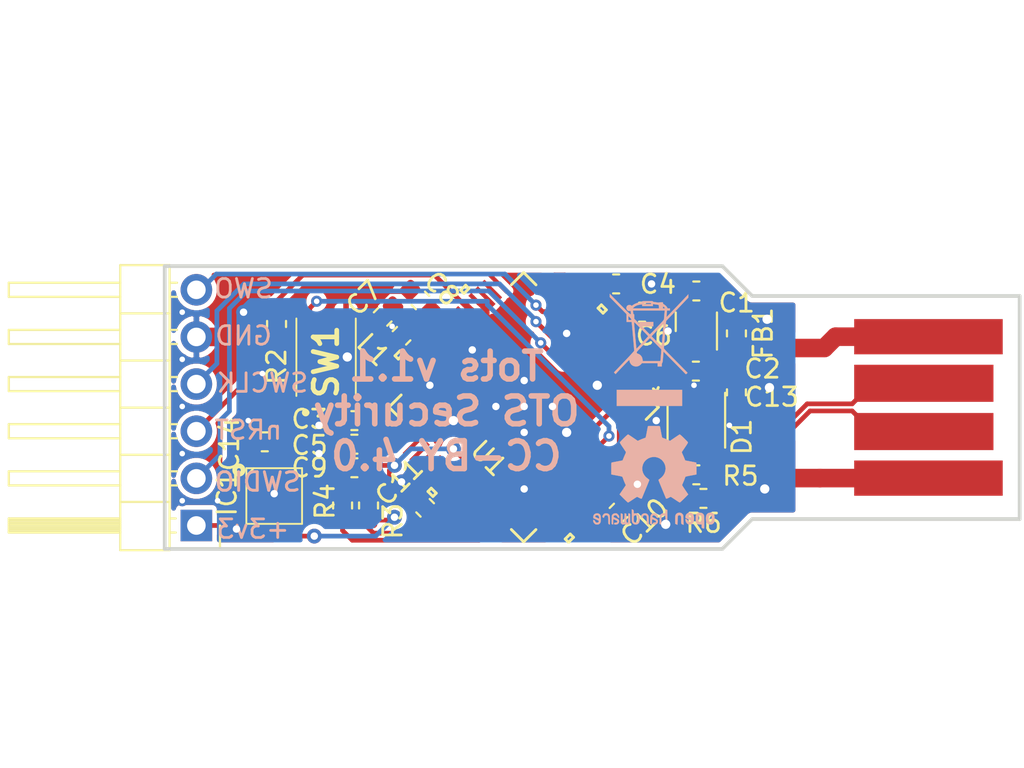
<source format=kicad_pcb>
(kicad_pcb (version 20171130) (host pcbnew "(5.1.5)-3")
  (title_block (title "Yet Another Security Token") (date 2021-02-16) (rev 1.0) (company "OTS Security") (comment 1 "CC-BY-SA v4.0"))
  (layers (0 F.Cu signal) (31 B.Cu signal) (34 B.Paste user hide) (35 F.Paste user hide) (36 B.SilkS user) (37 F.SilkS user) (38 B.Mask user hide) (39 F.Mask user hide) (44 Edge.Cuts user))
  (net 0 "")
  (net 1 GND)
  (net 2 +5V)
  (net 3 +3V3)
  (net 4 "Net-(C7-Pad2)")
  (net 5 /VCC_USB)
  (net 6 USB_P)
  (net 7 USB_N)
  (net 8 "Net-(IC1-Pad2)")
  (net 9 "Net-(IC1-Pad3)")
  (net 10 "Net-(IC1-Pad4)")
  (net 11 "Net-(IC1-Pad5)")
  (net 12 "Net-(IC1-Pad6)")
  (net 13 "Net-(IC1-Pad7)")
  (net 14 "Net-(IC1-Pad8)")
  (net 15 SE050_SDA)
  (net 16 SE050_SCL)
  (net 17 "Net-(IC1-Pad13)")
  (net 18 "Net-(IC1-Pad15)")
  (net 19 "Net-(IC1-Pad16)")
  (net 20 "Net-(IC1-Pad20)")
  (net 21 /RESET_N)
  (net 22 /FC6_SCK)
  (net 23 /FC6_TXD)
  (net 24 /FC6_RXD)
  (net 25 "Net-(L1-Pad1)")
  (net 26 /ISP)
  (net 27 "Net-(U1-Pad60)")
  (net 28 "Net-(U1-Pad59)")
  (net 29 "Net-(U1-Pad58)")
  (net 30 "Net-(U1-Pad57)")
  (net 31 "Net-(U1-Pad55)")
  (net 32 "Net-(U1-Pad53)")
  (net 33 "Net-(U1-Pad52)")
  (net 34 "Net-(U1-Pad51)")
  (net 35 "Net-(U1-Pad49)")
  (net 36 "Net-(U1-Pad48)")
  (net 37 "Net-(U1-Pad45)")
  (net 38 "Net-(U1-Pad44)")
  (net 39 "Net-(U1-Pad42)")
  (net 40 "Net-(U1-Pad41)")
  (net 41 "Net-(U1-Pad40)")
  (net 42 "Net-(U1-Pad39)")
  (net 43 "Net-(U1-Pad38)")
  (net 44 "Net-(U1-Pad37)")
  (net 45 "Net-(U1-Pad36)")
  (net 46 "Net-(U1-Pad35)")
  (net 47 "Net-(U1-Pad25)")
  (net 48 "Net-(U1-Pad24)")
  (net 49 "Net-(U1-Pad23)")
  (net 50 "Net-(U1-Pad19)")
  (net 51 "Net-(U1-Pad18)")
  (net 52 "Net-(U1-Pad17)")
  (net 53 "Net-(U1-Pad15)")
  (net 54 "Net-(U1-Pad14)")
  (net 55 "Net-(U1-Pad12)")
  (net 56 "Net-(U1-Pad7)")
  (net 57 "Net-(U1-Pad4)")
  (net 58 "Net-(U1-Pad3)")
  (net 59 "Net-(U1-Pad2)")
  (net 60 "Net-(U1-Pad1)")
  (net 61 "Net-(U2-Pad5)")
  (net 62 "Net-(U2-Pad2)")
  (net 63 /D+)
  (net 64 /D-)
  (module Connector_PinHeader_2.54mm:PinHeader_1x06_P2.54mm_Horizontal (layer F.Cu) (at 114.554 50.3555 180)
    (fp_text reference J2 hide)
    (fp_text value Conn_01x06)
    (pad 6 thru_hole oval (at 0 12.7 180) (size 1.7 1.7) (drill 1) (layers *.Cu *.Mask) (net 22 /FC6_SCK))
    (pad 5 thru_hole oval (at 0 10.16 180) (size 1.7 1.7) (drill 1) (layers *.Cu *.Mask) (net 1 GND))
    (pad 4 thru_hole oval (at 0 7.62 180) (size 1.7 1.7) (drill 1) (layers *.Cu *.Mask) (net 24 /FC6_RXD))
    (pad 3 thru_hole oval (at 0 5.08 180) (size 1.7 1.7) (drill 1) (layers *.Cu *.Mask) (net 21 /RESET_N))
    (pad 2 thru_hole oval (at 0 2.54 180) (size 1.7 1.7) (drill 1) (layers *.Cu *.Mask) (net 23 /FC6_TXD))
    (pad 1 thru_hole rect (at 0 0 180) (size 1.7 1.7) (drill 1) (layers *.Cu *.Mask) (net 3 +3V3))
  )
  (module Symbol:WEEE-Logo_4.2x6mm_SilkScreen (layer B.Cu) (at 138.938 40.894 180)
    (fp_text reference REF** hide)
    (fp_text value WEEE-Logo_4.2x6mm_SilkScreen hide)
  )
  (module Symbol:OSHW-Logo2_7.3x6mm_SilkScreen (layer B.Cu) (at 139.192 47.752 180)
    (fp_text reference REF** hide)
    (fp_text value OSHW-Logo2_7.3x6mm_SilkScreen hide)
  )
  (module tots:QFN40P300X300X33-21N-D (layer F.Cu) (at 118.745 48.768)
    (fp_text reference IC1 (at -2.54 -0.127 270) (layer F.SilkS))
    (fp_text value SE050C1HQ1_Z01SCZ hide)
    (pad 1 smd rect (at -1.55 -0.8 90) (size 0.2 0.7) (layers F.Cu F.Paste F.Mask) (net 1 GND))
    (pad 2 smd rect (at -1.55 -0.4 90) (size 0.2 0.7) (layers F.Cu F.Paste F.Mask) (net 8 "Net-(IC1-Pad2)"))
    (pad 3 smd rect (at -1.55 0 90) (size 0.2 0.7) (layers F.Cu F.Paste F.Mask) (net 9 "Net-(IC1-Pad3)"))
    (pad 4 smd rect (at -1.55 0.4 90) (size 0.2 0.7) (layers F.Cu F.Paste F.Mask) (net 10 "Net-(IC1-Pad4)"))
    (pad 5 smd rect (at -1.55 0.8 90) (size 0.2 0.7) (layers F.Cu F.Paste F.Mask) (net 11 "Net-(IC1-Pad5)"))
    (pad 6 smd rect (at -0.8 1.55) (size 0.2 0.7) (layers F.Cu F.Paste F.Mask) (net 12 "Net-(IC1-Pad6)"))
    (pad 7 smd rect (at -0.4 1.55) (size 0.2 0.7) (layers F.Cu F.Paste F.Mask) (net 13 "Net-(IC1-Pad7)"))
    (pad 8 smd rect (at 0 1.55) (size 0.2 0.7) (layers F.Cu F.Paste F.Mask) (net 14 "Net-(IC1-Pad8)"))
    (pad 9 smd rect (at 0.4 1.55) (size 0.2 0.7) (layers F.Cu F.Paste F.Mask) (net 15 SE050_SDA))
    (pad 10 smd rect (at 0.8 1.55) (size 0.2 0.7) (layers F.Cu F.Paste F.Mask) (net 16 SE050_SCL))
    (pad 11 smd rect (at 1.55 0.8 90) (size 0.2 0.7) (layers F.Cu F.Paste F.Mask) (net 3 +3V3))
    (pad 12 smd rect (at 1.55 0.4 90) (size 0.2 0.7) (layers F.Cu F.Paste F.Mask) (net 3 +3V3))
    (pad 13 smd rect (at 1.55 0 90) (size 0.2 0.7) (layers F.Cu F.Paste F.Mask) (net 17 "Net-(IC1-Pad13)"))
    (pad 14 smd rect (at 1.55 -0.4 90) (size 0.2 0.7) (layers F.Cu F.Paste F.Mask) (net 3 +3V3))
    (pad 15 smd rect (at 1.55 -0.8 90) (size 0.2 0.7) (layers F.Cu F.Paste F.Mask) (net 18 "Net-(IC1-Pad15)"))
    (pad 16 smd rect (at 0.8 -1.55) (size 0.2 0.7) (layers F.Cu F.Paste F.Mask) (net 19 "Net-(IC1-Pad16)"))
    (pad 17 smd rect (at 0.4 -1.55) (size 0.2 0.7) (layers F.Cu F.Paste F.Mask) (net 1 GND))
    (pad 18 smd rect (at 0 -1.55) (size 0.2 0.7) (layers F.Cu F.Paste F.Mask) (net 3 +3V3))
    (pad 19 smd rect (at -0.4 -1.55) (size 0.2 0.7) (layers F.Cu F.Paste F.Mask) (net 1 GND))
    (pad 20 smd rect (at -0.8 -1.55) (size 0.2 0.7) (layers F.Cu F.Paste F.Mask) (net 20 "Net-(IC1-Pad20)"))
    (pad 21 smd rect (at 0 0) (size 1.95 1.95) (layers F.Cu F.Paste F.Mask) (net 1 GND))
  )
  (module Package_TO_SOT_SMD:SOT-143 (layer F.Cu) (at 141.478 44.958 270)
    (fp_text reference D1 (at 0.6223 -2.4511 90) (layer F.SilkS))
    (fp_text value PRTR5V0U2X)
    (pad 4 smd rect (at 1.1 -0.95 180) (size 1 1.4) (layers F.Cu F.Paste F.Mask) (net 5 /VCC_USB))
    (pad 3 smd rect (at 1.1 0.95 180) (size 1 1.4) (layers F.Cu F.Paste F.Mask) (net 63 /D+))
    (pad 2 smd rect (at -1.1 0.95 180) (size 1 1.4) (layers F.Cu F.Paste F.Mask) (net 64 /D-))
    (pad 1 smd rect (at -1.1 -0.77 180) (size 1.2 1.4) (layers F.Cu F.Paste F.Mask) (net 1 GND))
  )
  (module Resistor_SMD:R_0603_1608Metric (layer F.Cu) (at 118.872 39.497 90)
    (fp_text reference R2 (at -2.2987 0 90) (layer F.SilkS))
    (fp_text value 10k)
    (pad 2 smd roundrect (at 0.7875 0 90) (size 0.875 0.95) (layers F.Cu F.Paste F.Mask) (net 21 /RESET_N))
    (pad 1 smd roundrect (at -0.7875 0 90) (size 0.875 0.95) (layers F.Cu F.Paste F.Mask) (net 3 +3V3))
  )
  (module tots:PTS810SJG250SMTRLFS (layer F.Cu) (at 121.539 41.275 90)
    (fp_text reference SW1 (at -0.25 0 90) (layer F.SilkS) (effects (font (size 1.27 1.27) (thickness 0.254))))
    (fp_text value "PTS810 SJK 250 SMTR LFS" hide)
    (pad 4 smd rect (at 2.075 1.075 180) (size 0.65 1.05) (layers F.Cu F.Paste F.Mask) (net 1 GND))
    (pad 3 smd rect (at -2.075 1.075 180) (size 0.65 1.05) (layers F.Cu F.Paste F.Mask) (net 1 GND))
    (pad 2 smd rect (at 2.075 -1.075 180) (size 0.65 1.05) (layers F.Cu F.Paste F.Mask) (net 26 /ISP))
    (pad 1 smd rect (at -2.075 -1.075 180) (size 0.65 1.05) (layers F.Cu F.Paste F.Mask) (net 26 /ISP))
  )
  (module Resistor_SMD:R_0603_1608Metric (layer F.Cu) (at 141.859 48.895)
    (fp_text reference R6 (at 0.0127 1.3335 180) (layer F.SilkS))
    (fp_text value 33R)
    (pad 2 smd roundrect (at 0.7875 0) (size 0.875 0.95) (layers F.Cu F.Paste F.Mask) (net 63 /D+))
    (pad 1 smd roundrect (at -0.7875 0) (size 0.875 0.95) (layers F.Cu F.Paste F.Mask) (net 6 USB_P))
  )
  (module Resistor_SMD:R_0603_1608Metric (layer F.Cu) (at 141.478 47.625)
    (fp_text reference R5 (at 2.3749 0.0635) (layer F.SilkS))
    (fp_text value 33R)
    (pad 2 smd roundrect (at 0.7875 0) (size 0.875 0.95) (layers F.Cu F.Paste F.Mask) (net 64 /D-))
    (pad 1 smd roundrect (at -0.7875 0) (size 0.875 0.95) (layers F.Cu F.Paste F.Mask) (net 7 USB_N))
  )
  (module Inductor_SMD:L_0603_1608Metric (layer F.Cu) (at 125.603 40.132 45)
    (fp_text reference L1 (at -1.616446 -0.538815 135) (layer F.SilkS))
    (fp_text value 4.7uH)
    (pad 2 smd roundrect (at 0.7875 0 45) (size 0.875 0.95) (layers F.Cu F.Paste F.Mask) (net 4 "Net-(C7-Pad2)"))
    (pad 1 smd roundrect (at -0.7875 0 45) (size 0.875 0.95) (layers F.Cu F.Paste F.Mask) (net 25 "Net-(L1-Pad1)"))
  )
  (module Package_SON:WSON-6-1EP_2x2mm_P0.65mm_EP1x1.6mm (layer F.Cu) (at 141.478 39.878 90)
    (fp_text reference U2 hide)
    (fp_text value TLV75533PDRV)
    (pad 1 smd roundrect (at -0.8875 -0.65 90) (size 0.375 0.4) (layers F.Cu F.Paste F.Mask) (net 3 +3V3))
    (pad 2 smd roundrect (at -0.8875 0 90) (size 0.375 0.4) (layers F.Cu F.Paste F.Mask) (net 62 "Net-(U2-Pad2)"))
    (pad 3 smd roundrect (at -0.8875 0.65 90) (size 0.375 0.4) (layers F.Cu F.Paste F.Mask) (net 1 GND))
    (pad 4 smd roundrect (at 0.8875 0.65 90) (size 0.375 0.4) (layers F.Cu F.Paste F.Mask) (net 2 +5V))
    (pad 5 smd roundrect (at 0.8875 0 90) (size 0.375 0.4) (layers F.Cu F.Paste F.Mask) (net 61 "Net-(U2-Pad5)"))
    (pad 6 smd roundrect (at 0.8875 -0.65 90) (size 0.375 0.4) (layers F.Cu F.Paste F.Mask) (net 2 +5V))
    (pad 7 smd rect (at 0 0 90) (size 1 1.6) (layers F.Cu F.Mask) (net 1 GND))
  )
  (module tots:LPC55S28JBD64 (layer F.Cu) (at 132.178999 43.9801 225)
    (fp_text reference U1 (at 3.275954 -0.621477 135) (layer F.SilkS))
    (fp_text value LPC55S28JBD64 hide)
    (fp_text user * (at -5.64144 -4.779335 45) (layer F.SilkS))
    (pad EPAD smd rect (at 0 0 225) (size 3.6068 3.6068) (layers F.Cu F.Paste F.Mask) (net 1 GND))
    (pad 64 smd rect (at -3.75 -5.6769 225) (size 0.2286 1.3462) (layers F.Cu F.Paste F.Mask) (net 1 GND))
    (pad 63 smd rect (at -3.250001 -5.6769 225) (size 0.2286 1.3462) (layers F.Cu F.Paste F.Mask) (net 7 USB_N))
    (pad 62 smd rect (at -2.75 -5.6769 225) (size 0.2286 1.3462) (layers F.Cu F.Paste F.Mask) (net 6 USB_P))
    (pad 61 smd rect (at -2.250001 -5.6769 225) (size 0.2286 1.3462) (layers F.Cu F.Paste F.Mask) (net 3 +3V3))
    (pad 60 smd rect (at -1.749999 -5.6769 225) (size 0.2286 1.3462) (layers F.Cu F.Paste F.Mask) (net 27 "Net-(U1-Pad60)"))
    (pad 59 smd rect (at -1.25 -5.6769 225) (size 0.2286 1.3462) (layers F.Cu F.Paste F.Mask) (net 28 "Net-(U1-Pad59)"))
    (pad 58 smd rect (at -0.750001 -5.6769 225) (size 0.2286 1.3462) (layers F.Cu F.Paste F.Mask) (net 29 "Net-(U1-Pad58)"))
    (pad 57 smd rect (at -0.25 -5.6769 225) (size 0.2286 1.3462) (layers F.Cu F.Paste F.Mask) (net 30 "Net-(U1-Pad57)"))
    (pad 56 smd rect (at 0.25 -5.6769 225) (size 0.2286 1.3462) (layers F.Cu F.Paste F.Mask) (net 26 /ISP))
    (pad 55 smd rect (at 0.750001 -5.6769 225) (size 0.2286 1.3462) (layers F.Cu F.Paste F.Mask) (net 31 "Net-(U1-Pad55)"))
    (pad 54 smd rect (at 1.25 -5.6769 225) (size 0.2286 1.3462) (layers F.Cu F.Paste F.Mask) (net 3 +3V3))
    (pad 53 smd rect (at 1.749999 -5.6769 225) (size 0.2286 1.3462) (layers F.Cu F.Paste F.Mask) (net 32 "Net-(U1-Pad53)"))
    (pad 52 smd rect (at 2.250001 -5.6769 225) (size 0.2286 1.3462) (layers F.Cu F.Paste F.Mask) (net 33 "Net-(U1-Pad52)"))
    (pad 51 smd rect (at 2.75 -5.6769 225) (size 0.2286 1.3462) (layers F.Cu F.Paste F.Mask) (net 34 "Net-(U1-Pad51)"))
    (pad 50 smd rect (at 3.250001 -5.6769 225) (size 0.2286 1.3462) (layers F.Cu F.Paste F.Mask) (net 3 +3V3))
    (pad 49 smd rect (at 3.75 -5.6769 225) (size 0.2286 1.3462) (layers F.Cu F.Paste F.Mask) (net 35 "Net-(U1-Pad49)"))
    (pad 48 smd rect (at 5.6769 -3.75 315) (size 0.2286 1.3462) (layers F.Cu F.Paste F.Mask) (net 36 "Net-(U1-Pad48)"))
    (pad 47 smd rect (at 5.6769 -3.250001 315) (size 0.2286 1.3462) (layers F.Cu F.Paste F.Mask) (net 16 SE050_SCL))
    (pad 46 smd rect (at 5.6769 -2.75 315) (size 0.2286 1.3462) (layers F.Cu F.Paste F.Mask) (net 15 SE050_SDA))
    (pad 45 smd rect (at 5.6769 -2.250001 315) (size 0.2286 1.3462) (layers F.Cu F.Paste F.Mask) (net 37 "Net-(U1-Pad45)"))
    (pad 44 smd rect (at 5.6769 -1.749999 315) (size 0.2286 1.3462) (layers F.Cu F.Paste F.Mask) (net 38 "Net-(U1-Pad44)"))
    (pad 43 smd rect (at 5.6769 -1.25 315) (size 0.2286 1.3462) (layers F.Cu F.Paste F.Mask) (net 3 +3V3))
    (pad 42 smd rect (at 5.6769 -0.750001 315) (size 0.2286 1.3462) (layers F.Cu F.Paste F.Mask) (net 39 "Net-(U1-Pad42)"))
    (pad 41 smd rect (at 5.6769 -0.25 315) (size 0.2286 1.3462) (layers F.Cu F.Paste F.Mask) (net 40 "Net-(U1-Pad41)"))
    (pad 40 smd rect (at 5.6769 0.25 315) (size 0.2286 1.3462) (layers F.Cu F.Paste F.Mask) (net 41 "Net-(U1-Pad40)"))
    (pad 39 smd rect (at 5.6769 0.750001 315) (size 0.2286 1.3462) (layers F.Cu F.Paste F.Mask) (net 42 "Net-(U1-Pad39)"))
    (pad 38 smd rect (at 5.6769 1.25 315) (size 0.2286 1.3462) (layers F.Cu F.Paste F.Mask) (net 43 "Net-(U1-Pad38)"))
    (pad 37 smd rect (at 5.6769 1.749999 315) (size 0.2286 1.3462) (layers F.Cu F.Paste F.Mask) (net 44 "Net-(U1-Pad37)"))
    (pad 36 smd rect (at 5.6769 2.250001 315) (size 0.2286 1.3462) (layers F.Cu F.Paste F.Mask) (net 45 "Net-(U1-Pad36)"))
    (pad 35 smd rect (at 5.6769 2.75 315) (size 0.2286 1.3462) (layers F.Cu F.Paste F.Mask) (net 46 "Net-(U1-Pad35)"))
    (pad 34 smd rect (at 5.6769 3.250001 315) (size 0.2286 1.3462) (layers F.Cu F.Paste F.Mask) (net 1 GND))
    (pad 33 smd rect (at 5.6769 3.75 315) (size 0.2286 1.3462) (layers F.Cu F.Paste F.Mask) (net 3 +3V3))
    (pad 32 smd rect (at 3.75 5.6769 225) (size 0.2286 1.3462) (layers F.Cu F.Paste F.Mask) (net 3 +3V3))
    (pad 31 smd rect (at 3.250001 5.6769 225) (size 0.2286 1.3462) (layers F.Cu F.Paste F.Mask) (net 25 "Net-(L1-Pad1)"))
    (pad 30 smd rect (at 2.75 5.6769 225) (size 0.2286 1.3462) (layers F.Cu F.Paste F.Mask) (net 1 GND))
    (pad 29 smd rect (at 2.250001 5.6769 225) (size 0.2286 1.3462) (layers F.Cu F.Paste F.Mask) (net 4 "Net-(C7-Pad2)"))
    (pad 28 smd rect (at 1.749999 5.6769 225) (size 0.2286 1.3462) (layers F.Cu F.Paste F.Mask) (net 4 "Net-(C7-Pad2)"))
    (pad 27 smd rect (at 1.25 5.6769 225) (size 0.2286 1.3462) (layers F.Cu F.Paste F.Mask) (net 3 +3V3))
    (pad 26 smd rect (at 0.750001 5.6769 225) (size 0.2286 1.3462) (layers F.Cu F.Paste F.Mask) (net 1 GND))
    (pad 25 smd rect (at 0.25 5.6769 225) (size 0.2286 1.3462) (layers F.Cu F.Paste F.Mask) (net 47 "Net-(U1-Pad25)"))
    (pad 24 smd rect (at -0.25 5.6769 225) (size 0.2286 1.3462) (layers F.Cu F.Paste F.Mask) (net 48 "Net-(U1-Pad24)"))
    (pad 23 smd rect (at -0.750001 5.6769 225) (size 0.2286 1.3462) (layers F.Cu F.Paste F.Mask) (net 49 "Net-(U1-Pad23)"))
    (pad 22 smd rect (at -1.25 5.6769 225) (size 0.2286 1.3462) (layers F.Cu F.Paste F.Mask) (net 1 GND))
    (pad 21 smd rect (at -1.749999 5.6769 225) (size 0.2286 1.3462) (layers F.Cu F.Paste F.Mask) (net 21 /RESET_N))
    (pad 20 smd rect (at -2.250001 5.6769 225) (size 0.2286 1.3462) (layers F.Cu F.Paste F.Mask) (net 1 GND))
    (pad 19 smd rect (at -2.75 5.6769 225) (size 0.2286 1.3462) (layers F.Cu F.Paste F.Mask) (net 50 "Net-(U1-Pad19)"))
    (pad 18 smd rect (at -3.250001 5.6769 225) (size 0.2286 1.3462) (layers F.Cu F.Paste F.Mask) (net 51 "Net-(U1-Pad18)"))
    (pad 17 smd rect (at -3.75 5.6769 225) (size 0.2286 1.3462) (layers F.Cu F.Paste F.Mask) (net 52 "Net-(U1-Pad17)"))
    (pad 16 smd rect (at -5.6769 3.75 315) (size 0.2286 1.3462) (layers F.Cu F.Paste F.Mask) (net 3 +3V3))
    (pad 15 smd rect (at -5.6769 3.250001 315) (size 0.2286 1.3462) (layers F.Cu F.Paste F.Mask) (net 53 "Net-(U1-Pad15)"))
    (pad 14 smd rect (at -5.6769 2.75 315) (size 0.2286 1.3462) (layers F.Cu F.Paste F.Mask) (net 54 "Net-(U1-Pad14)"))
    (pad 13 smd rect (at -5.6769 2.250001 315) (size 0.2286 1.3462) (layers F.Cu F.Paste F.Mask) (net 22 /FC6_SCK))
    (pad 12 smd rect (at -5.6769 1.749999 315) (size 0.2286 1.3462) (layers F.Cu F.Paste F.Mask) (net 55 "Net-(U1-Pad12)"))
    (pad 11 smd rect (at -5.6769 1.25 315) (size 0.2286 1.3462) (layers F.Cu F.Paste F.Mask) (net 1 GND))
    (pad 10 smd rect (at -5.6769 0.750001 315) (size 0.2286 1.3462) (layers F.Cu F.Paste F.Mask) (net 3 +3V3))
    (pad 9 smd rect (at -5.6769 0.25 315) (size 0.2286 1.3462) (layers F.Cu F.Paste F.Mask) (net 3 +3V3))
    (pad 8 smd rect (at -5.6769 -0.25 315) (size 0.2286 1.3462) (layers F.Cu F.Paste F.Mask) (net 3 +3V3))
    (pad 7 smd rect (at -5.6769 -0.750001 315) (size 0.2286 1.3462) (layers F.Cu F.Paste F.Mask) (net 56 "Net-(U1-Pad7)"))
    (pad 6 smd rect (at -5.6769 -1.25 315) (size 0.2286 1.3462) (layers F.Cu F.Paste F.Mask) (net 24 /FC6_RXD))
    (pad 5 smd rect (at -5.6769 -1.749999 315) (size 0.2286 1.3462) (layers F.Cu F.Paste F.Mask) (net 23 /FC6_TXD))
    (pad 4 smd rect (at -5.6769 -2.250001 315) (size 0.2286 1.3462) (layers F.Cu F.Paste F.Mask) (net 57 "Net-(U1-Pad4)"))
    (pad 3 smd rect (at -5.6769 -2.75 315) (size 0.2286 1.3462) (layers F.Cu F.Paste F.Mask) (net 58 "Net-(U1-Pad3)"))
    (pad 2 smd rect (at -5.6769 -3.250001 315) (size 0.2286 1.3462) (layers F.Cu F.Paste F.Mask) (net 59 "Net-(U1-Pad2)"))
    (pad 1 smd rect (at -5.6769 -3.75 315) (size 0.2286 1.3462) (layers F.Cu F.Paste F.Mask) (net 60 "Net-(U1-Pad1)"))
  )
  (module Resistor_SMD:R_0603_1608Metric (layer F.Cu) (at 122.428 49.276 270)
    (fp_text reference R4 (at -0.2159 0.9525 90) (layer F.SilkS))
    (fp_text value 560R)
    (pad 2 smd roundrect (at 0.7875 0 270) (size 0.875 0.95) (layers F.Cu F.Paste F.Mask) (net 16 SE050_SCL))
    (pad 1 smd roundrect (at -0.7875 0 270) (size 0.875 0.95) (layers F.Cu F.Paste F.Mask) (net 3 +3V3))
  )
  (module Resistor_SMD:R_0603_1608Metric (layer F.Cu) (at 123.825 49.276 270)
    (fp_text reference R3 (at 0.8509 -1.3081 270) (layer F.SilkS))
    (fp_text value 560R)
    (pad 2 smd roundrect (at 0.7875 0 270) (size 0.875 0.95) (layers F.Cu F.Paste F.Mask) (net 15 SE050_SDA))
    (pad 1 smd roundrect (at -0.7875 0 270) (size 0.875 0.95) (layers F.Cu F.Paste F.Mask) (net 3 +3V3))
  )
  (module tots:usb-PCB (layer F.Cu) (at 158.877 43.9928 90)
    (fp_text reference J3 hide)
    (fp_text value "USB HS" hide)
    (pad 1 connect rect (at 3.81 -4.9 90) (size 1.9 8) (layers F.Cu F.Mask) (net 5 /VCC_USB))
    (pad 4 connect rect (at -3.81 -4.9 90) (size 1.9 8) (layers F.Cu F.Mask) (net 1 GND))
    (pad 3 connect rect (at -1.3 -5.15 90) (size 2 7.5) (layers F.Cu F.Mask) (net 63 /D+))
    (pad 2 connect rect (at 1.3 -5.15 90) (size 2 7.5) (layers F.Cu F.Mask) (net 64 /D-))
  )
  (module Inductor_SMD:L_0603_1608Metric (layer F.Cu) (at 143.637 40.005 270)
    (fp_text reference FB1 (at 0 -1.43 90) (layer F.SilkS))
    (fp_text value 221R)
    (pad 2 smd roundrect (at 0.7875 0 270) (size 0.875 0.95) (layers F.Cu F.Paste F.Mask) (net 5 /VCC_USB))
    (pad 1 smd roundrect (at -0.7875 0 270) (size 0.875 0.95) (layers F.Cu F.Paste F.Mask) (net 2 +5V))
  )
  (module Capacitor_SMD:C_0603_1608Metric (layer F.Cu) (at 118.237 45.847 180)
    (fp_text reference C14 (at 1.905 -0.127 90) (layer F.SilkS))
    (fp_text value 100nF)
    (pad 2 smd roundrect (at 0.7875 0 180) (size 0.875 0.95) (layers F.Cu F.Paste F.Mask) (net 1 GND))
    (pad 1 smd roundrect (at -0.7875 0 180) (size 0.875 0.95) (layers F.Cu F.Paste F.Mask) (net 3 +3V3))
  )
  (module Capacitor_SMD:C_0603_1608Metric (layer F.Cu) (at 143.637 43.18 270)
    (fp_text reference C13 (at 0.254 -1.905 180) (layer F.SilkS))
    (fp_text value 2.2uF)
    (pad 2 smd roundrect (at 0.7875 0 270) (size 0.875 0.95) (layers F.Cu F.Paste F.Mask) (net 1 GND))
    (pad 1 smd roundrect (at -0.7875 0 270) (size 0.875 0.95) (layers F.Cu F.Paste F.Mask) (net 5 /VCC_USB))
  )
  (module Capacitor_SMD:C_0603_1608Metric (layer F.Cu) (at 126.873 49.403 135)
    (fp_text reference C11 (at 1.975656 0 225) (layer F.SilkS))
    (fp_text value 100nF)
    (pad 2 smd roundrect (at 0.7875 0 135) (size 0.875 0.95) (layers F.Cu F.Paste F.Mask) (net 1 GND))
    (pad 1 smd roundrect (at -0.7875 0 135) (size 0.875 0.95) (layers F.Cu F.Paste F.Mask) (net 3 +3V3))
  )
  (module Capacitor_SMD:C_0603_1608Metric (layer F.Cu) (at 137.287 49.657 45)
    (fp_text reference C10 (at 0.628618 1.347038 45) (layer F.SilkS))
    (fp_text value 100nF)
    (pad 2 smd roundrect (at 0.7875 0 45) (size 0.875 0.95) (layers F.Cu F.Paste F.Mask) (net 1 GND))
    (pad 1 smd roundrect (at -0.7875 0 45) (size 0.875 0.95) (layers F.Cu F.Paste F.Mask) (net 3 +3V3))
  )
  (module Capacitor_SMD:C_0603_1608Metric (layer F.Cu) (at 123.063 47.244 180)
    (fp_text reference C9 (at 2.413 0 180) (layer F.SilkS))
    (fp_text value 10uF)
    (pad 2 smd roundrect (at 0.7875 0 180) (size 0.875 0.95) (layers F.Cu F.Paste F.Mask) (net 1 GND))
    (pad 1 smd roundrect (at -0.7875 0 180) (size 0.875 0.95) (layers F.Cu F.Paste F.Mask) (net 3 +3V3))
  )
  (module Capacitor_SMD:C_0603_1608Metric (layer F.Cu) (at 126.619 38.227 315)
    (fp_text reference C8 (at 0.368191 -1.266216 135) (layer F.SilkS))
    (fp_text value 100nF)
    (pad 2 smd roundrect (at 0.7875 0 315) (size 0.875 0.95) (layers F.Cu F.Paste F.Mask) (net 4 "Net-(C7-Pad2)"))
    (pad 1 smd roundrect (at -0.7875 0 315) (size 0.875 0.95) (layers F.Cu F.Paste F.Mask) (net 1 GND))
  )
  (module Capacitor_SMD:C_0603_1608Metric (layer F.Cu) (at 124.587 39.116 45)
    (fp_text reference C7 (at 0 -1.43 45) (layer F.SilkS))
    (fp_text value 10uF)
    (pad 2 smd roundrect (at 0.7875 0 45) (size 0.875 0.95) (layers F.Cu F.Paste F.Mask) (net 4 "Net-(C7-Pad2)"))
    (pad 1 smd roundrect (at -0.7875 0 45) (size 0.875 0.95) (layers F.Cu F.Paste F.Mask) (net 1 GND))
  )
  (module Capacitor_SMD:C_0603_1608Metric (layer F.Cu) (at 138.557 38.862)
    (fp_text reference C6 (at 0.635 1.27) (layer F.SilkS))
    (fp_text value 100nF)
    (pad 2 smd roundrect (at 0.7875 0) (size 0.875 0.95) (layers F.Cu F.Paste F.Mask) (net 1 GND))
    (pad 1 smd roundrect (at -0.7875 0) (size 0.875 0.95) (layers F.Cu F.Paste F.Mask) (net 3 +3V3))
  )
  (module Capacitor_SMD:C_0603_1608Metric (layer F.Cu) (at 123.063 45.974 180)
    (fp_text reference C5 (at 2.413 -0.0635 180) (layer F.SilkS))
    (fp_text value 100nF)
    (pad 2 smd roundrect (at 0.7875 0 180) (size 0.875 0.95) (layers F.Cu F.Paste F.Mask) (net 1 GND))
    (pad 1 smd roundrect (at -0.7875 0 180) (size 0.875 0.95) (layers F.Cu F.Paste F.Mask) (net 3 +3V3))
  )
  (module Capacitor_SMD:C_0603_1608Metric (layer F.Cu) (at 137.16 37.338)
    (fp_text reference C4 (at 2.2479 0.0127 180) (layer F.SilkS))
    (fp_text value 100nF)
    (pad 2 smd roundrect (at 0.7875 0) (size 0.875 0.95) (layers F.Cu F.Paste F.Mask) (net 1 GND))
    (pad 1 smd roundrect (at -0.7875 0) (size 0.875 0.95) (layers F.Cu F.Paste F.Mask) (net 3 +3V3))
  )
  (module Capacitor_SMD:C_0603_1608Metric (layer F.Cu) (at 123.063 44.704 180)
    (fp_text reference C3 (at 2.413 0.0762 180) (layer F.SilkS))
    (fp_text value 47pF)
    (pad 2 smd roundrect (at 0.7875 0 180) (size 0.875 0.95) (layers F.Cu F.Paste F.Mask) (net 1 GND))
    (pad 1 smd roundrect (at -0.7875 0 180) (size 0.875 0.95) (layers F.Cu F.Paste F.Mask) (net 3 +3V3))
  )
  (module Capacitor_SMD:C_0603_1608Metric (layer F.Cu) (at 141.4525 42.037)
    (fp_text reference C2 (at 3.5815 -0.127 180) (layer F.SilkS))
    (fp_text value 1uF)
    (pad 2 smd roundrect (at 0.7875 0) (size 0.875 0.95) (layers F.Cu F.Paste F.Mask) (net 1 GND))
    (pad 1 smd roundrect (at -0.7875 0) (size 0.875 0.95) (layers F.Cu F.Paste F.Mask) (net 3 +3V3))
  )
  (module Capacitor_SMD:C_0603_1608Metric (layer F.Cu) (at 141.478 37.719 180)
    (fp_text reference C1 (at -2.1717 -0.635 180) (layer F.SilkS))
    (fp_text value 1uF)
    (pad 2 smd roundrect (at 0.7875 0 180) (size 0.875 0.95) (layers F.Cu F.Paste F.Mask) (net 1 GND))
    (pad 1 smd roundrect (at -0.7875 0 180) (size 0.875 0.95) (layers F.Cu F.Paste F.Mask) (net 2 +5V))
  )
  (gr_text SWO (at 117.094 37.592) (layer B.SilkS) (effects (font (size 1 1)) (justify mirror)))
  (gr_text GND (at 117.094 40.132) (layer B.SilkS) (effects (font (size 1 1)) (justify mirror)))
  (gr_text SWCLK (at 118.11 42.672) (layer B.SilkS) (effects (font (size 1 1)) (justify mirror)))
  (gr_text nRST (at 117.348 45.212) (layer B.SilkS) (effects (font (size 1 1)) (justify mirror)))
  (gr_text SWDIO (at 117.856 48.006) (layer B.SilkS) (effects (font (size 1 1)) (justify mirror)))
  (gr_text SWDIO (at 117.856 48.006) (layer B.SilkS) (effects (font (size 1 1)) (justify mirror)))
  (gr_text +3v3 (at 117.602 50.546) (layer B.SilkS) (effects (font (size 1 1)) (justify mirror)))
  (gr_text "Tots v1.1\nOTS Security\nCC-BY 4.0" (at 128.016 44.196) (layer B.SilkS) (effects (font (size 1.5 1.5) (thickness 0.3)) (justify mirror)))
  (gr_line (start 142.878 36.378999) (end 144.488 37.989) (layer Edge.Cuts) (width 0.2))
  (gr_line (start 142.878 36.378999) (end 112.848 36.378999) (layer Edge.Cuts) (width 0.2))
  (gr_line (start 158.888 50.009) (end 158.888 37.989) (layer Edge.Cuts) (width 0.2))
  (gr_line (start 112.848 51.618999) (end 142.878 51.618999) (layer Edge.Cuts) (width 0.2))
  (gr_line (start 144.488 50.009) (end 142.878 51.618999) (layer Edge.Cuts) (width 0.2))
  (gr_line (start 144.488 50.009) (end 158.888 50.009) (layer Edge.Cuts) (width 0.2))
  (gr_line (start 158.888 37.989) (end 144.488 37.989) (layer Edge.Cuts) (width 0.2))
  (gr_line (start 112.848 36.379) (end 112.848 51.619) (layer Edge.Cuts) (width 0.2))
  (via (at 113.792 46.482) (size 0.6) (drill 0.3) (layers F.Cu B.Cu) (net 1))
  (via (at 117.348 44.704) (size 0.6) (drill 0.3) (layers F.Cu B.Cu) (net 1))
  (via (at 132.207 48.387) (size 0.8) (drill 0.4) (layers F.Cu B.Cu) (net 1))
  (via (at 129.413 40.894) (size 0.8) (drill 0.4) (layers F.Cu B.Cu) (net 1))
  (via (at 132.207 43.942) (size 0.8) (drill 0.4) (layers F.Cu B.Cu) (net 1))
  (via (at 139.065 37.338) (size 0.8) (drill 0.4) (layers F.Cu B.Cu) (net 1))
  (via (at 138.303 48.133) (size 0.8) (drill 0.4) (layers F.Cu B.Cu) (net 1))
  (via (at 121.158 46.482) (size 0.8) (drill 0.4) (layers F.Cu B.Cu) (net 1))
  (via (at 121.158 44.958) (size 0.8) (drill 0.4) (layers F.Cu B.Cu) (net 1))
  (via (at 118.745 48.641) (size 0.8) (drill 0.4) (layers F.Cu B.Cu) (net 1))
  (segment (start 117.945 47.968) (end 118.745 48.768) (width 0.254) (layer F.Cu) (net 1))
  (segment (start 117.195 47.968) (end 117.945 47.968) (width 0.254) (layer F.Cu) (net 1))
  (segment (start 118.345 48.368) (end 118.745 48.768) (width 0.254) (layer F.Cu) (net 1))
  (segment (start 118.345 47.218) (end 118.345 48.368) (width 0.254) (layer F.Cu) (net 1))
  (segment (start 119.145 48.368) (end 118.745 48.768) (width 0.254) (layer F.Cu) (net 1))
  (segment (start 119.145 47.218) (end 119.145 48.368) (width 0.254) (layer F.Cu) (net 1))
  (via (at 116.713 50.546) (size 0.8) (drill 0.4) (layers F.Cu B.Cu) (net 1))
  (via (at 125.603 48.006) (size 0.8) (drill 0.4) (layers F.Cu B.Cu) (net 1))
  (via (at 139.954 39.878) (size 0.8) (drill 0.4) (layers F.Cu B.Cu) (net 1))
  (via (at 127.127 42.799) (size 0.8) (drill 0.4) (layers F.Cu B.Cu) (net 1))
  (segment (start 126.220281 41.910469) (end 126.238469 41.910469) (width 0.254) (layer F.Cu) (net 1))
  (segment (start 126.238469 41.910469) (end 127.127 42.799) (width 0.254) (layer F.Cu) (net 1))
  (segment (start 153.977 47.8028) (end 148.1328 47.8028) (width 1) (layer F.Cu) (net 1))
  (segment (start 137.843847 48.592153) (end 138.303 48.133) (width 0.254) (layer F.Cu) (net 1))
  (segment (start 137.843847 49.100153) (end 137.843847 48.592153) (width 0.254) (layer F.Cu) (net 1))
  (via (at 139.319 44.704) (size 0.8) (drill 0.4) (layers F.Cu B.Cu) (net 1))
  (segment (start 129.013001 41.293999) (end 129.413 40.894) (width 0.254) (layer F.Cu) (net 1))
  (segment (start 128.593882 41.293999) (end 129.013001 41.293999) (width 0.254) (layer F.Cu) (net 1))
  (segment (start 127.796139 40.496256) (end 128.593882 41.293999) (width 0.254) (layer F.Cu) (net 1))
  (segment (start 127.634494 40.496256) (end 127.796139 40.496256) (width 0.254) (layer F.Cu) (net 1))
  (segment (start 129.048708 39.243687) (end 129.048708 39.082042) (width 0.254) (layer F.Cu) (net 1))
  (segment (start 129.812999 40.007978) (end 129.048708 39.243687) (width 0.254) (layer F.Cu) (net 1))
  (segment (start 129.812999 40.494001) (end 129.812999 40.007978) (width 0.254) (layer F.Cu) (net 1))
  (segment (start 129.413 40.894) (end 129.812999 40.494001) (width 0.254) (layer F.Cu) (net 1))
  (segment (start 130.213047 38.670522) (end 129.91746 38.374935) (width 0.254) (layer F.Cu) (net 1))
  (segment (start 129.91746 38.374935) (end 129.755815 38.374935) (width 0.254) (layer F.Cu) (net 1))
  (segment (start 130.213047 40.093953) (end 130.213047 38.670522) (width 0.254) (layer F.Cu) (net 1))
  (segment (start 129.413 40.894) (end 130.213047 40.093953) (width 0.254) (layer F.Cu) (net 1))
  (segment (start 125.866727 45.534532) (end 126.570259 44.831) (width 0.254) (layer F.Cu) (net 1))
  (segment (start 125.866727 45.696177) (end 125.866727 45.534532) (width 0.254) (layer F.Cu) (net 1))
  (segment (start 129.413 42.799) (end 129.413 41.459685) (width 0.254) (layer F.Cu) (net 1))
  (segment (start 129.413 41.459685) (end 129.413 40.894) (width 0.254) (layer F.Cu) (net 1))
  (segment (start 127.381 44.831) (end 129.413 42.799) (width 0.254) (layer F.Cu) (net 1))
  (segment (start 126.570259 44.831) (end 127.381 44.831) (width 0.254) (layer F.Cu) (net 1))
  (segment (start 142.128 40.528) (end 142.128 40.7655) (width 0.254) (layer F.Cu) (net 1))
  (segment (start 141.478 39.878) (end 142.128 40.528) (width 0.254) (layer F.Cu) (net 1))
  (via (at 134.493 40.005) (size 0.8) (drill 0.4) (layers F.Cu B.Cu) (net 1))
  (segment (start 135.30929 39.18871) (end 134.493 40.005) (width 0.254) (layer F.Cu) (net 1))
  (segment (start 135.30929 39.082042) (end 135.30929 39.18871) (width 0.254) (layer F.Cu) (net 1))
  (via (at 125.095 39.624) (size 0.6) (drill 0.3) (layers F.Cu B.Cu) (net 1))
  (segment (start 124.030153 39.672847) (end 125.046153 39.672847) (width 0.254) (layer F.Cu) (net 1))
  (segment (start 125.046153 39.672847) (end 125.095 39.624) (width 0.254) (layer F.Cu) (net 1))
  (segment (start 125.981789 37.750517) (end 124.921503 37.750517) (width 0.254) (layer F.Cu) (net 1))
  (segment (start 124.030153 39.120833) (end 124.030153 39.672847) (width 0.254) (layer F.Cu) (net 1))
  (segment (start 124.030153 38.641867) (end 124.030153 39.120833) (width 0.254) (layer F.Cu) (net 1))
  (segment (start 126.062153 37.670153) (end 125.981789 37.750517) (width 0.254) (layer F.Cu) (net 1))
  (segment (start 124.921503 37.750517) (end 124.030153 38.641867) (width 0.254) (layer F.Cu) (net 1))
  (via (at 143.256 44.958) (size 0.6) (drill 0.3) (layers F.Cu B.Cu) (net 1))
  (segment (start 143.256 44.3485) (end 143.637 43.9675) (width 0.254) (layer F.Cu) (net 1))
  (segment (start 143.256 44.958) (end 143.256 44.3485) (width 0.254) (layer F.Cu) (net 1))
  (segment (start 142.128 41.925) (end 142.24 42.037) (width 0.254) (layer F.Cu) (net 1))
  (segment (start 142.128 40.7655) (end 142.128 41.925) (width 0.254) (layer F.Cu) (net 1))
  (segment (start 121.412 44.704) (end 121.158 44.958) (width 0.254) (layer F.Cu) (net 1))
  (segment (start 122.2755 44.704) (end 121.412 44.704) (width 0.254) (layer F.Cu) (net 1))
  (segment (start 121.666 45.974) (end 121.158 46.482) (width 0.254) (layer F.Cu) (net 1))
  (segment (start 122.2755 45.974) (end 121.666 45.974) (width 0.254) (layer F.Cu) (net 1))
  (segment (start 121.92 47.244) (end 121.158 46.482) (width 0.254) (layer F.Cu) (net 1))
  (segment (start 122.2755 47.244) (end 121.92 47.244) (width 0.254) (layer F.Cu) (net 1))
  (via (at 141.351 42.799) (size 0.6) (drill 0.3) (layers F.Cu B.Cu) (net 1))
  (segment (start 142.113 42.037) (end 141.351 42.799) (width 0.254) (layer F.Cu) (net 1))
  (segment (start 142.24 42.037) (end 142.113 42.037) (width 0.254) (layer F.Cu) (net 1))
  (segment (start 142.248 43.696) (end 141.351 42.799) (width 0.254) (layer F.Cu) (net 1))
  (segment (start 142.248 43.858) (end 142.248 43.696) (width 0.254) (layer F.Cu) (net 1))
  (segment (start 139.954 39.878) (end 141.478 39.878) (width 0.254) (layer F.Cu) (net 1))
  (segment (start 148.1328 47.8028) (end 145.7452 47.8028) (width 1) (layer F.Cu) (net 1))
  (via (at 145.161 48.387) (size 1) (drill 0.5) (layers F.Cu B.Cu) (net 1))
  (segment (start 145.7452 47.8028) (end 145.161 48.387) (width 1) (layer F.Cu) (net 1))
  (segment (start 138.844824 45.178176) (end 139.319 44.704) (width 0.254) (layer F.Cu) (net 1))
  (segment (start 138.844824 45.342624) (end 138.844824 45.178176) (width 0.254) (layer F.Cu) (net 1))
  (segment (start 122.2755 47.244) (end 122.2755 45.974) (width 0.254) (layer F.Cu) (net 1))
  (segment (start 122.2755 45.974) (end 122.2755 44.704) (width 0.254) (layer F.Cu) (net 1))
  (via (at 139.827 50.292) (size 1) (drill 0.5) (layers F.Cu B.Cu) (net 1))
  (via (at 145.415 42.926) (size 1) (drill 0.5) (layers F.Cu B.Cu) (net 1))
  (via (at 145.288 39.243) (size 1) (drill 0.5) (layers F.Cu B.Cu) (net 1))
  (via (at 128.397 44.704) (size 1) (drill 0.5) (layers F.Cu B.Cu) (net 1))
  (via (at 136.144 42.799) (size 1) (drill 0.5) (layers F.Cu B.Cu) (net 1))
  (via (at 134.493 45.339) (size 1) (drill 0.5) (layers F.Cu B.Cu) (net 1))
  (via (at 122.682 41.275) (size 1) (drill 0.5) (layers F.Cu B.Cu) (net 1))
  (segment (start 117.348 45.7455) (end 117.4495 45.847) (width 0.254) (layer F.Cu) (net 1))
  (segment (start 117.348 44.704) (end 117.348 45.7455) (width 0.254) (layer F.Cu) (net 1))
  (segment (start 122.682 39.268) (end 122.614 39.2) (width 0.254) (layer F.Cu) (net 1))
  (segment (start 122.682 41.275) (end 122.682 39.268) (width 0.254) (layer F.Cu) (net 1))
  (segment (start 122.682 43.282) (end 122.614 43.35) (width 0.254) (layer F.Cu) (net 1))
  (segment (start 122.682 41.275) (end 122.682 43.282) (width 0.254) (layer F.Cu) (net 1))
  (segment (start 114.554 40.1955) (end 115.7605 40.1955) (width 1) (layer F.Cu) (net 1))
  (via (at 117.094 38.862) (size 0.8) (drill 0.4) (layers F.Cu B.Cu) (net 1))
  (segment (start 115.7605 40.1955) (end 117.094 38.862) (width 1) (layer F.Cu) (net 1))
  (via (at 113.792 38.862) (size 0.6) (drill 0.3) (layers F.Cu B.Cu) (net 1))
  (via (at 113.792 41.402) (size 0.6) (drill 0.3) (layers F.Cu B.Cu) (net 1))
  (via (at 113.792 43.942) (size 0.6) (drill 0.3) (layers F.Cu B.Cu) (net 1))
  (via (at 113.792 49.022) (size 0.6) (drill 0.3) (layers F.Cu B.Cu) (net 1))
  (via (at 118.11 42.164) (size 0.6) (drill 0.3) (layers F.Cu B.Cu) (net 1))
  (via (at 115.697 49.022) (size 0.6) (drill 0.3) (layers F.Cu B.Cu) (net 1))
  (via (at 132.207 42.545) (size 0.8) (drill 0.4) (layers F.Cu B.Cu) (net 1))
  (via (at 132.207 45.339) (size 0.8) (drill 0.4) (layers F.Cu B.Cu) (net 1))
  (via (at 133.731 43.942) (size 0.8) (drill 0.4) (layers F.Cu B.Cu) (net 1))
  (via (at 130.683 43.942) (size 0.8) (drill 0.4) (layers F.Cu B.Cu) (net 1))
  (segment (start 142.2655 38.853) (end 142.128 38.9905) (width 0.254) (layer F.Cu) (net 2))
  (segment (start 142.2655 37.719) (end 142.2655 38.853) (width 0.254) (layer F.Cu) (net 2))
  (segment (start 141.18299 38.44801) (end 140.828 38.803) (width 0.254) (layer F.Cu) (net 2))
  (segment (start 142.01149 38.44801) (end 141.18299 38.44801) (width 0.254) (layer F.Cu) (net 2))
  (segment (start 140.828 38.803) (end 140.828 38.9905) (width 0.254) (layer F.Cu) (net 2))
  (segment (start 142.2655 38.194) (end 142.01149 38.44801) (width 0.254) (layer F.Cu) (net 2))
  (segment (start 142.2655 37.719) (end 142.2655 38.194) (width 0.254) (layer F.Cu) (net 2))
  (segment (start 143.637 39.0905) (end 142.2655 37.719) (width 0.254) (layer F.Cu) (net 2))
  (segment (start 143.637 39.2175) (end 143.637 39.0905) (width 0.254) (layer F.Cu) (net 2))
  (segment (start 140.828 41.874) (end 140.665 42.037) (width 0.254) (layer F.Cu) (net 3))
  (segment (start 140.828 40.7655) (end 140.828 41.874) (width 0.254) (layer F.Cu) (net 3))
  (segment (start 137.7695 38.735) (end 136.3725 37.338) (width 0.254) (layer F.Cu) (net 3))
  (segment (start 137.7695 38.862) (end 137.7695 38.735) (width 0.254) (layer F.Cu) (net 3))
  (segment (start 136.3725 37.338) (end 134.876382 37.338) (width 0.254) (layer F.Cu) (net 3))
  (segment (start 136.236438 38.862) (end 135.662843 39.435595) (width 0.254) (layer F.Cu) (net 3))
  (segment (start 137.7695 38.862) (end 136.236438 38.862) (width 0.254) (layer F.Cu) (net 3))
  (segment (start 135.662843 39.435595) (end 136.36995 40.142702) (width 0.254) (layer F.Cu) (net 3))
  (segment (start 136.644979 50.213847) (end 135.30929 48.878158) (width 0.2) (layer F.Cu) (net 3))
  (segment (start 136.730153 50.213847) (end 136.644979 50.213847) (width 0.2) (layer F.Cu) (net 3))
  (segment (start 137.282167 50.213847) (end 136.730153 50.213847) (width 0.254) (layer F.Cu) (net 3))
  (segment (start 137.761133 50.213847) (end 137.282167 50.213847) (width 0.254) (layer F.Cu) (net 3))
  (segment (start 138.957001 49.017979) (end 137.761133 50.213847) (width 0.254) (layer F.Cu) (net 3))
  (segment (start 138.957001 47.737766) (end 138.957001 49.017979) (width 0.254) (layer F.Cu) (net 3))
  (segment (start 137.784164 46.564929) (end 138.957001 47.737766) (width 0.254) (layer F.Cu) (net 3))
  (segment (start 137.784164 46.403284) (end 137.784164 46.564929) (width 0.254) (layer F.Cu) (net 3))
  (segment (start 134.190663 50.749604) (end 133.895076 50.454017) (width 0.254) (layer F.Cu) (net 3))
  (segment (start 133.895076 50.454017) (end 133.895076 50.292372) (width 0.254) (layer F.Cu) (net 3))
  (segment (start 136.730153 50.213847) (end 136.194396 50.749604) (width 0.254) (layer F.Cu) (net 3))
  (segment (start 136.194396 50.749604) (end 135.305396 50.749604) (width 0.254) (layer F.Cu) (net 3))
  (segment (start 135.305396 50.749604) (end 134.190663 50.749604) (width 0.254) (layer F.Cu) (net 3))
  (segment (start 122.301 48.4885) (end 122.1805 48.368) (width 0.254) (layer F.Cu) (net 3))
  (segment (start 122.301 48.4885) (end 122.301 48.926) (width 0.254) (layer F.Cu) (net 3))
  (segment (start 122.059 49.168) (end 120.676 49.168) (width 0.254) (layer F.Cu) (net 3))
  (segment (start 122.301 48.926) (end 122.059 49.168) (width 0.254) (layer F.Cu) (net 3))
  (segment (start 120.295 49.168) (end 120.295 49.568) (width 0.254) (layer F.Cu) (net 3))
  (segment (start 127.967019 49.959847) (end 129.048708 48.878158) (width 0.254) (layer F.Cu) (net 3))
  (segment (start 127.429847 49.959847) (end 127.967019 49.959847) (width 0.254) (layer F.Cu) (net 3))
  (via (at 125.222 47.117) (size 0.8) (drill 0.4) (layers F.Cu B.Cu) (net 3))
  (via (at 128.397 46.228) (size 0.8) (drill 0.4) (layers F.Cu B.Cu) (net 3))
  (segment (start 125.222 47.117) (end 126.111 46.228) (width 0.254) (layer B.Cu) (net 3))
  (segment (start 126.111 46.228) (end 128.397 46.228) (width 0.254) (layer B.Cu) (net 3))
  (segment (start 128.953503 46.784503) (end 134.317497 46.784503) (width 0.254) (layer F.Cu) (net 3))
  (segment (start 128.397 46.228) (end 128.953503 46.784503) (width 0.254) (layer F.Cu) (net 3))
  (segment (start 134.317497 46.784503) (end 137.541 43.561) (width 0.254) (layer F.Cu) (net 3))
  (segment (start 119.5325 45.339) (end 119.0245 45.847) (width 0.254) (layer F.Cu) (net 3))
  (segment (start 120.142 45.339) (end 119.5325 45.339) (width 0.254) (layer F.Cu) (net 3))
  (segment (start 134.876382 37.338) (end 134.395424 36.857042) (width 0.254) (layer F.Cu) (net 3))
  (segment (start 133.541523 37.15263) (end 133.541523 37.314275) (width 0.254) (layer F.Cu) (net 3))
  (segment (start 134.395424 36.857042) (end 133.837111 36.857042) (width 0.254) (layer F.Cu) (net 3))
  (segment (start 133.837111 36.857042) (end 133.541523 37.15263) (width 0.254) (layer F.Cu) (net 3))
  (segment (start 140.2275 42.037) (end 138.7035 43.561) (width 0.254) (layer F.Cu) (net 3))
  (segment (start 137.7695 38.944) (end 137.7695 38.862) (width 0.254) (layer F.Cu) (net 3))
  (segment (start 126.877833 49.959847) (end 127.429847 49.959847) (width 0.254) (layer F.Cu) (net 3))
  (segment (start 124.948999 48.509979) (end 126.398867 49.959847) (width 0.254) (layer F.Cu) (net 3))
  (segment (start 124.948999 47.390001) (end 124.948999 48.509979) (width 0.254) (layer F.Cu) (net 3))
  (segment (start 126.398867 49.959847) (end 126.877833 49.959847) (width 0.254) (layer F.Cu) (net 3))
  (segment (start 125.222 47.117) (end 124.948999 47.390001) (width 0.254) (layer F.Cu) (net 3))
  (segment (start 137.326931 46.107696) (end 137.326931 43.775069) (width 0.254) (layer F.Cu) (net 3))
  (segment (start 137.784164 46.403284) (end 137.622519 46.403284) (width 0.254) (layer F.Cu) (net 3))
  (segment (start 137.326931 43.775069) (end 137.541 43.561) (width 0.254) (layer F.Cu) (net 3))
  (segment (start 137.622519 46.403284) (end 137.326931 46.107696) (width 0.254) (layer F.Cu) (net 3))
  (segment (start 123.9775 47.117) (end 123.8505 47.244) (width 0.254) (layer F.Cu) (net 3))
  (segment (start 125.222 47.117) (end 123.9775 47.117) (width 0.254) (layer F.Cu) (net 3))
  (segment (start 123.8505 47.244) (end 123.8505 45.974) (width 0.254) (layer F.Cu) (net 3))
  (segment (start 123.8505 44.704) (end 123.8505 45.974) (width 0.254) (layer F.Cu) (net 3))
  (segment (start 124.87455 44.704) (end 125.513174 45.342624) (width 0.254) (layer F.Cu) (net 3))
  (segment (start 123.8505 44.704) (end 124.87455 44.704) (width 0.254) (layer F.Cu) (net 3))
  (segment (start 125.513174 43.478826) (end 125.513174 42.779221) (width 0.254) (layer F.Cu) (net 3))
  (segment (start 124.288 44.704) (end 125.513174 43.478826) (width 0.254) (layer F.Cu) (net 3))
  (segment (start 123.8505 44.704) (end 124.288 44.704) (width 0.254) (layer F.Cu) (net 3))
  (segment (start 127.442586 40.849809) (end 127.280941 40.849809) (width 0.254) (layer F.Cu) (net 3))
  (segment (start 127.440921 43.453001) (end 127.781001 43.112921) (width 0.254) (layer F.Cu) (net 3))
  (segment (start 126.186954 43.453001) (end 127.440921 43.453001) (width 0.254) (layer F.Cu) (net 3))
  (segment (start 127.781001 41.188224) (end 127.442586 40.849809) (width 0.254) (layer F.Cu) (net 3))
  (segment (start 127.781001 43.112921) (end 127.781001 41.188224) (width 0.254) (layer F.Cu) (net 3))
  (segment (start 125.513174 42.779221) (end 126.186954 43.453001) (width 0.254) (layer F.Cu) (net 3))
  (segment (start 125.513174 42.617576) (end 125.513174 42.779221) (width 0.254) (layer F.Cu) (net 3))
  (segment (start 138.7035 43.561) (end 137.541 43.561) (width 0.254) (layer F.Cu) (net 3))
  (segment (start 137.7695 39.337) (end 137.7695 38.862) (width 0.254) (layer F.Cu) (net 3))
  (segment (start 137.7695 39.579) (end 137.7695 39.337) (width 0.254) (layer F.Cu) (net 3))
  (segment (start 140.2275 42.037) (end 137.7695 39.579) (width 0.254) (layer F.Cu) (net 3))
  (segment (start 140.665 42.037) (end 140.2275 42.037) (width 0.254) (layer F.Cu) (net 3))
  (segment (start 124.92752 48.4885) (end 123.825 48.4885) (width 0.254) (layer F.Cu) (net 3))
  (segment (start 124.948999 48.509979) (end 124.92752 48.4885) (width 0.254) (layer F.Cu) (net 3))
  (segment (start 122.301 48.4885) (end 122.196578 48.4885) (width 0.254) (layer F.Cu) (net 3))
  (segment (start 118.872 40.2845) (end 118.872 43.434) (width 0.254) (layer F.Cu) (net 3))
  (segment (start 120.142 44.704) (end 120.142 45.339) (width 0.254) (layer F.Cu) (net 3))
  (segment (start 118.745 46.1265) (end 118.745 47.218) (width 0.254) (layer F.Cu) (net 3))
  (segment (start 119.0245 45.847) (end 118.745 46.1265) (width 0.254) (layer F.Cu) (net 3))
  (segment (start 120.676 49.168) (end 120.295 49.168) (width 0.254) (layer F.Cu) (net 3))
  (segment (start 121.953 48.4885) (end 122.428 48.4885) (width 0.254) (layer F.Cu) (net 3))
  (segment (start 120.142 46.6775) (end 121.953 48.4885) (width 0.254) (layer F.Cu) (net 3))
  (segment (start 120.142 45.339) (end 120.142 46.6775) (width 0.254) (layer F.Cu) (net 3))
  (segment (start 122.3075 48.368) (end 120.295 48.368) (width 0.254) (layer F.Cu) (net 3))
  (segment (start 122.428 48.4885) (end 122.3075 48.368) (width 0.254) (layer F.Cu) (net 3))
  (segment (start 123.825 48.4885) (end 122.428 48.4885) (width 0.254) (layer F.Cu) (net 3))
  (segment (start 116.332 44.900078) (end 116.332 49.959078) (width 0.254) (layer F.Cu) (net 3))
  (segment (start 118.872 43.434) (end 119.634 44.196) (width 0.254) (layer F.Cu) (net 3))
  (segment (start 119.634 44.196) (end 119.587999 44.149999) (width 0.254) (layer F.Cu) (net 3))
  (segment (start 119.634 44.196) (end 120.142 44.704) (width 0.254) (layer F.Cu) (net 3))
  (segment (start 119.587999 44.149999) (end 117.082079 44.149999) (width 0.254) (layer F.Cu) (net 3))
  (segment (start 117.082079 44.149999) (end 116.332 44.900078) (width 0.254) (layer F.Cu) (net 3))
  (segment (start 115.935578 50.3555) (end 114.554 50.3555) (width 0.254) (layer F.Cu) (net 3))
  (segment (start 116.332 49.959078) (end 115.935578 50.3555) (width 0.254) (layer F.Cu) (net 3))
  (segment (start 125.143847 38.559153) (end 126.159847 39.575153) (width 0.254) (layer F.Cu) (net 4))
  (segment (start 126.384541 39.575153) (end 127.175847 38.783847) (width 0.254) (layer F.Cu) (net 4))
  (segment (start 126.159847 39.575153) (end 126.384541 39.575153) (width 0.254) (layer F.Cu) (net 4))
  (segment (start 126.573834 41.556916) (end 126.159847 41.142929) (width 0.254) (layer F.Cu) (net 4))
  (segment (start 126.159847 41.142929) (end 126.159847 39.575153) (width 0.254) (layer F.Cu) (net 4))
  (segment (start 126.159847 40.435821) (end 126.159847 39.575153) (width 0.254) (layer F.Cu) (net 4))
  (segment (start 126.927388 41.203362) (end 126.159847 40.435821) (width 0.254) (layer F.Cu) (net 4))
  (segment (start 144.112 40.7925) (end 143.637 40.7925) (width 1) (layer F.Cu) (net 5))
  (segment (start 148.977 40.1828) (end 148.3673 40.7925) (width 1) (layer F.Cu) (net 5))
  (segment (start 148.3673 40.7925) (end 144.112 40.7925) (width 1) (layer F.Cu) (net 5))
  (segment (start 153.977 40.1828) (end 148.977 40.1828) (width 1) (layer F.Cu) (net 5))
  (segment (start 143.637 40.7925) (end 143.637 42.3925) (width 1) (layer F.Cu) (net 5))
  (segment (start 143.055 46.185) (end 142.301 46.185) (width 0.254) (layer F.Cu) (net 5))
  (segment (start 144.36601 44.87399) (end 143.055 46.185) (width 0.254) (layer F.Cu) (net 5))
  (segment (start 144.36601 42.64651) (end 144.36601 44.87399) (width 0.254) (layer F.Cu) (net 5))
  (segment (start 144.112 42.3925) (end 144.36601 42.64651) (width 0.254) (layer F.Cu) (net 5))
  (segment (start 143.637 42.3925) (end 144.112 42.3925) (width 0.254) (layer F.Cu) (net 5))
  (segment (start 140.53051 48.35401) (end 140.275924 48.35401) (width 0.254) (layer F.Cu) (net 6))
  (segment (start 141.0715 48.895) (end 140.53051 48.35401) (width 0.254) (layer F.Cu) (net 6))
  (segment (start 139.99899 48.077076) (end 139.99899 48.066398) (width 0.254) (layer F.Cu) (net 6))
  (segment (start 140.275924 48.35401) (end 139.99899 48.077076) (width 0.254) (layer F.Cu) (net 6))
  (segment (start 139.99899 48.066398) (end 139.1285 47.195908) (width 0.254) (layer F.Cu) (net 6))
  (segment (start 139.1285 46.878869) (end 138.299362 46.049731) (width 0.254) (layer F.Cu) (net 6))
  (segment (start 138.299362 46.049731) (end 138.137717 46.049731) (width 0.254) (layer F.Cu) (net 6))
  (segment (start 139.1285 47.195908) (end 139.1285 46.878869) (width 0.254) (layer F.Cu) (net 6))
  (segment (start 140.4365 47.879) (end 140.350408 47.879) (width 0.254) (layer F.Cu) (net 7))
  (segment (start 140.6905 47.625) (end 140.4365 47.879) (width 0.254) (layer F.Cu) (net 7))
  (segment (start 140.350408 47.879) (end 139.5095 47.038092) (width 0.254) (layer F.Cu) (net 7))
  (segment (start 138.652916 45.696177) (end 138.491271 45.696177) (width 0.254) (layer F.Cu) (net 7))
  (segment (start 139.5095 46.552761) (end 138.652916 45.696177) (width 0.254) (layer F.Cu) (net 7))
  (segment (start 139.5095 47.038092) (end 139.5095 46.552761) (width 0.254) (layer F.Cu) (net 7))
  (segment (start 129.118058 50.768483) (end 124.092483 50.768483) (width 0.254) (layer F.Cu) (net 15))
  (segment (start 124.092483 50.768483) (end 123.825 50.501) (width 0.254) (layer F.Cu) (net 15))
  (segment (start 129.947723 49.938818) (end 129.118058 50.768483) (width 0.254) (layer F.Cu) (net 15))
  (segment (start 123.825 50.501) (end 123.825 50.0635) (width 0.254) (layer F.Cu) (net 15))
  (segment (start 130.109368 49.938818) (end 129.947723 49.938818) (width 0.254) (layer F.Cu) (net 15))
  (segment (start 123.825 50.0635) (end 125.0695 50.0635) (width 0.254) (layer F.Cu) (net 15))
  (via (at 125.222 49.911) (size 0.8) (drill 0.4) (layers F.Cu B.Cu) (net 15))
  (segment (start 125.0695 50.0635) (end 125.222 49.911) (width 0.254) (layer F.Cu) (net 15))
  (via (at 120.904 50.927) (size 0.8) (drill 0.4) (layers F.Cu B.Cu) (net 15))
  (segment (start 125.222 49.911) (end 124.206 50.927) (width 0.254) (layer B.Cu) (net 15))
  (segment (start 124.206 50.927) (end 120.904 50.927) (width 0.254) (layer B.Cu) (net 15))
  (segment (start 119.15 50.927) (end 119.145 50.922) (width 0.254) (layer F.Cu) (net 15))
  (segment (start 119.145 50.922) (end 119.145 50.318) (width 0.254) (layer F.Cu) (net 15))
  (segment (start 120.523 50.927) (end 119.15 50.927) (width 0.254) (layer F.Cu) (net 15))
  (segment (start 129.767446 51.149493) (end 122.949493 51.149493) (width 0.254) (layer F.Cu) (net 16))
  (segment (start 130.462922 50.454017) (end 129.767446 51.149493) (width 0.254) (layer F.Cu) (net 16))
  (segment (start 130.462922 50.292372) (end 130.462922 50.454017) (width 0.254) (layer F.Cu) (net 16))
  (segment (start 119.7995 50.0635) (end 119.545 50.318) (width 0.254) (layer F.Cu) (net 16))
  (segment (start 122.301 50.0635) (end 119.7995 50.0635) (width 0.254) (layer F.Cu) (net 16))
  (segment (start 122.428 50.628) (end 122.428 50.0635) (width 0.254) (layer F.Cu) (net 16))
  (segment (start 122.949493 51.149493) (end 122.428 50.628) (width 0.254) (layer F.Cu) (net 16))
  (segment (start 118.8465 38.735) (end 118.872 38.7095) (width 0.254) (layer F.Cu) (net 21))
  (segment (start 117.094 40.0125) (end 117.094 42.7355) (width 0.254) (layer F.Cu) (net 21))
  (segment (start 117.094 42.7355) (end 114.554 45.2755) (width 0.254) (layer F.Cu) (net 21))
  (segment (start 120.255483 36.888517) (end 118.872 38.272) (width 0.254) (layer F.Cu) (net 21))
  (segment (start 118.872 38.272) (end 118.872 38.7095) (width 0.254) (layer F.Cu) (net 21))
  (segment (start 127.373644 36.861517) (end 120.282483 36.861517) (width 0.254) (layer F.Cu) (net 21))
  (segment (start 120.282483 36.861517) (end 120.255483 36.888517) (width 0.254) (layer F.Cu) (net 21))
  (segment (start 129.240616 38.728489) (end 127.373644 36.861517) (width 0.254) (layer F.Cu) (net 21))
  (segment (start 129.402261 38.728489) (end 129.240616 38.728489) (width 0.254) (layer F.Cu) (net 21))
  (segment (start 118.397 38.7095) (end 118.872 38.7095) (width 0.254) (layer F.Cu) (net 21))
  (segment (start 117.094 40.0125) (end 118.397 38.7095) (width 0.254) (layer F.Cu) (net 21))
  (via (at 132.842 38.481) (size 0.6) (drill 0.3) (layers F.Cu B.Cu) (net 22))
  (segment (start 134.602183 38.53658) (end 134.602183 38.374935) (width 0.254) (layer F.Cu) (net 22))
  (segment (start 134.306595 38.832168) (end 134.602183 38.53658) (width 0.254) (layer F.Cu) (net 22))
  (segment (start 133.193168 38.832168) (end 134.306595 38.832168) (width 0.254) (layer F.Cu) (net 22))
  (segment (start 132.842 38.481) (end 133.193168 38.832168) (width 0.254) (layer F.Cu) (net 22))
  (segment (start 115.123646 37.71901) (end 114.68102 38.161636) (width 0.254) (layer B.Cu) (net 22))
  (segment (start 114.965828 37.338) (end 114.30001 38.003818) (width 0.254) (layer B.Cu) (net 22))
  (segment (start 115.632599 36.805501) (end 114.7826 37.6555) (width 0.254) (layer B.Cu) (net 22))
  (segment (start 131.166501 36.805501) (end 115.632599 36.805501) (width 0.254) (layer B.Cu) (net 22))
  (segment (start 132.842 38.481) (end 131.166501 36.805501) (width 0.254) (layer B.Cu) (net 22))
  (via (at 133.096 40.513) (size 0.6) (drill 0.3) (layers F.Cu B.Cu) (net 23))
  (segment (start 137.43061 41.365007) (end 137.43061 41.203362) (width 0.254) (layer F.Cu) (net 23))
  (segment (start 137.107565 41.688052) (end 137.43061 41.365007) (width 0.254) (layer F.Cu) (net 23))
  (segment (start 134.271052 41.688052) (end 137.107565 41.688052) (width 0.254) (layer F.Cu) (net 23))
  (segment (start 133.096 40.513) (end 134.271052 41.688052) (width 0.254) (layer F.Cu) (net 23))
  (segment (start 115.824 46.5455) (end 114.554 47.8155) (width 0.254) (layer B.Cu) (net 23))
  (segment (start 133.096 40.513) (end 130.30201 37.71901) (width 0.254) (layer B.Cu) (net 23))
  (segment (start 115.824 44.704) (end 115.824 46.5455) (width 0.254) (layer B.Cu) (net 23))
  (segment (start 130.30201 37.71901) (end 117.269068 37.71901) (width 0.254) (layer B.Cu) (net 23))
  (segment (start 116.332 44.196) (end 115.824 44.704) (width 0.254) (layer B.Cu) (net 23))
  (segment (start 117.269068 37.71901) (end 116.332 38.656078) (width 0.254) (layer B.Cu) (net 23))
  (segment (start 116.332 38.656078) (end 116.332 44.196) (width 0.254) (layer B.Cu) (net 23))
  (via (at 132.842 39.37) (size 0.6) (drill 0.3) (layers F.Cu B.Cu) (net 24))
  (segment (start 137.077057 41.011454) (end 137.077057 40.849809) (width 0.254) (layer F.Cu) (net 24))
  (segment (start 136.781469 41.307042) (end 137.077057 41.011454) (width 0.254) (layer F.Cu) (net 24))
  (segment (start 134.779042 41.307042) (end 136.781469 41.307042) (width 0.254) (layer F.Cu) (net 24))
  (segment (start 132.842 39.37) (end 134.779042 41.307042) (width 0.254) (layer F.Cu) (net 24))
  (segment (start 115.403999 41.885501) (end 114.554 42.7355) (width 0.254) (layer B.Cu) (net 24))
  (segment (start 132.842 39.37) (end 132.842 39.300922) (width 0.254) (layer B.Cu) (net 24))
  (segment (start 132.842 39.300922) (end 130.879078 37.338) (width 0.254) (layer B.Cu) (net 24))
  (segment (start 117.111249 37.338) (end 115.658001 38.791248) (width 0.254) (layer B.Cu) (net 24))
  (segment (start 115.658001 41.631499) (end 115.403999 41.885501) (width 0.254) (layer B.Cu) (net 24))
  (segment (start 130.879078 37.338) (end 117.111249 37.338) (width 0.254) (layer B.Cu) (net 24))
  (segment (start 115.658001 38.791248) (end 115.658001 41.631499) (width 0.254) (layer B.Cu) (net 24))
  (segment (start 125.046153 41.443449) (end 125.046153 40.688847) (width 0.254) (layer F.Cu) (net 25))
  (segment (start 125.866727 42.264023) (end 125.046153 41.443449) (width 0.254) (layer F.Cu) (net 25))
  (segment (start 120.464 39.979) (end 120.464 43.35) (width 0.254) (layer F.Cu) (net 26))
  (segment (start 120.464 39.2) (end 120.464 39.979) (width 0.254) (layer F.Cu) (net 26))
  (via (at 121.031 38.27301) (size 0.6) (drill 0.3) (layers F.Cu B.Cu) (net 26))
  (segment (start 120.464 39.2) (end 120.464 38.84001) (width 0.254) (layer F.Cu) (net 26))
  (segment (start 120.464 38.84001) (end 121.031 38.27301) (width 0.254) (layer F.Cu) (net 26))
  (segment (start 121.031 38.27301) (end 130.22101 38.27301) (width 0.254) (layer B.Cu) (net 26))
  (segment (start 136.772931 45.009853) (end 136.772931 45.53477) (width 0.254) (layer B.Cu) (net 26))
  (segment (start 130.22101 38.27301) (end 130.22101 38.457932) (width 0.254) (layer B.Cu) (net 26))
  (via (at 136.772931 45.53477) (size 0.6) (drill 0.3) (layers F.Cu B.Cu) (net 26))
  (segment (start 130.22101 38.457932) (end 136.772931 45.009853) (width 0.254) (layer B.Cu) (net 26))
  (segment (start 135.559164 47.875463) (end 135.854752 48.171051) (width 0.254) (layer F.Cu) (net 26))
  (segment (start 135.559164 46.748537) (end 135.559164 47.875463) (width 0.254) (layer F.Cu) (net 26))
  (segment (start 135.854752 48.171051) (end 136.016397 48.171051) (width 0.254) (layer F.Cu) (net 26))
  (segment (start 136.772931 45.53477) (end 135.559164 46.748537) (width 0.254) (layer F.Cu) (net 26))
  (segment (start 141.35501 46.18501) (end 141.228 46.058) (width 0.2) (layer F.Cu) (net 63))
  (segment (start 141.35501 47.819912) (end 141.35501 46.18501) (width 0.2) (layer F.Cu) (net 63))
  (segment (start 142.430098 48.895) (end 141.35501 47.819912) (width 0.2) (layer F.Cu) (net 63))
  (segment (start 141.228 46.058) (end 140.528 46.058) (width 0.2) (layer F.Cu) (net 63))
  (segment (start 142.6465 48.895) (end 142.430098 48.895) (width 0.2) (layer F.Cu) (net 63))
  (segment (start 142.6465 48.895) (end 142.9005 48.641) (width 0.254) (layer F.Cu) (net 63))
  (segment (start 142.9005 48.641) (end 143.144408 48.641) (width 0.254) (layer F.Cu) (net 63))
  (segment (start 147.602108 44.1833) (end 149.8675 44.1833) (width 0.254) (layer F.Cu) (net 63))
  (segment (start 143.144408 48.641) (end 147.602108 44.1833) (width 0.254) (layer F.Cu) (net 63))
  (segment (start 150.977 45.2928) (end 153.727 45.2928) (width 0.254) (layer F.Cu) (net 63))
  (segment (start 149.8675 44.1833) (end 150.977 45.2928) (width 0.254) (layer F.Cu) (net 63))
  (segment (start 141.828 47.625) (end 141.700999 47.497999) (width 0.2) (layer F.Cu) (net 64))
  (segment (start 142.2655 47.625) (end 141.828 47.625) (width 0.2) (layer F.Cu) (net 64))
  (segment (start 140.528 44.058) (end 140.528 43.858) (width 0.2) (layer F.Cu) (net 64))
  (segment (start 141.700999 45.230999) (end 140.528 44.058) (width 0.2) (layer F.Cu) (net 64))
  (segment (start 141.700999 47.497999) (end 141.700999 45.230999) (width 0.2) (layer F.Cu) (net 64))
  (segment (start 142.80649 48.16599) (end 143.061076 48.16599) (width 0.254) (layer F.Cu) (net 64))
  (segment (start 142.2655 47.625) (end 142.80649 48.16599) (width 0.254) (layer F.Cu) (net 64))
  (segment (start 143.061076 48.16599) (end 143.070839 48.175753) (width 0.254) (layer F.Cu) (net 64))
  (segment (start 150.977 42.6928) (end 153.727 42.6928) (width 0.254) (layer F.Cu) (net 64))
  (segment (start 147.444292 43.8023) (end 149.8675 43.8023) (width 0.254) (layer F.Cu) (net 64))
  (segment (start 149.8675 43.8023) (end 150.977 42.6928) (width 0.254) (layer F.Cu) (net 64))
  (segment (start 143.070839 48.175753) (end 147.444292 43.8023) (width 0.254) (layer F.Cu) (net 64))
  (zone (net 1) (net_name GND) (layer F.Cu) (connect_pads (clearance 0.254)) (min_thickness 0.254) (fill yes (arc_segments 32) (thermal_gap 0.3) (thermal_bridge_width 0.3))
    (polygon (pts (xy 144.526 37.973) (xy 146.812 37.973) (xy 146.812 49.911) (xy 144.526 49.911) (xy 142.875 51.562) (xy 112.903 51.562) (xy 112.903 36.322) (xy 142.875 36.322)))
  )
  (zone (net 1) (net_name GND) (layer B.Cu) (connect_pads (clearance 0.254)) (min_thickness 0.254) (fill yes (arc_segments 32) (thermal_gap 0.3) (thermal_bridge_width 0.3))
    (polygon (pts (xy 144.526 37.973) (xy 146.812 37.973) (xy 146.812 49.911) (xy 144.526 49.911) (xy 142.875 51.562) (xy 112.903 51.562) (xy 112.903 36.322) (xy 142.875 36.322)))
  )
)
</source>
